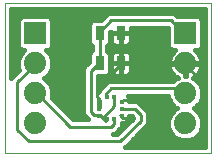
<source format=gtl>
G75*
%MOIN*%
%OFA0B0*%
%FSLAX25Y25*%
%IPPOS*%
%LPD*%
%AMOC8*
5,1,8,0,0,1.08239X$1,22.5*
%
%ADD10C,0.00000*%
%ADD11R,0.03150X0.04724*%
%ADD12R,0.07400X0.07400*%
%ADD13C,0.07400*%
%ADD14R,0.01575X0.01181*%
%ADD15R,0.01181X0.01575*%
%ADD16C,0.00984*%
%ADD17C,0.02584*%
%ADD18C,0.01200*%
%ADD19C,0.01600*%
D10*
X0001800Y0001800D02*
X0001800Y0051761D01*
X0070501Y0051761D01*
X0070501Y0001800D01*
X0001800Y0001800D01*
D11*
X0033257Y0031800D03*
X0040343Y0031800D03*
X0040343Y0041800D03*
X0033257Y0041800D03*
D12*
X0011800Y0041800D03*
X0061800Y0041800D03*
D13*
X0061800Y0031800D03*
X0061800Y0021800D03*
X0061800Y0011800D03*
X0011800Y0011800D03*
X0011800Y0021800D03*
X0011800Y0031800D03*
D14*
X0033139Y0019044D03*
X0033139Y0016682D03*
X0033139Y0014320D03*
X0040619Y0014320D03*
X0040619Y0016682D03*
X0040619Y0019044D03*
D15*
X0038060Y0020619D03*
X0035698Y0020619D03*
X0035698Y0013139D03*
X0038060Y0013139D03*
D16*
X0038217Y0012627D01*
X0038217Y0011643D01*
X0037233Y0010658D01*
X0023454Y0010658D01*
X0012627Y0021485D01*
X0011800Y0021800D01*
X0005737Y0025422D02*
X0011643Y0031328D01*
X0011800Y0031800D01*
X0005737Y0025422D02*
X0005737Y0009674D01*
X0009674Y0005737D01*
X0040186Y0005737D01*
X0047076Y0012627D01*
X0047076Y0014595D01*
X0045107Y0016564D01*
X0041170Y0016564D01*
X0040619Y0016682D01*
X0038217Y0017548D02*
X0034280Y0013611D01*
X0033296Y0014595D01*
X0033139Y0014320D01*
X0033296Y0014595D02*
X0031328Y0014595D01*
X0030343Y0015580D01*
X0030343Y0029359D01*
X0032312Y0031328D01*
X0033257Y0031800D01*
X0033296Y0032312D01*
X0033296Y0041170D01*
X0033257Y0041800D01*
X0033296Y0042154D01*
X0037233Y0046091D01*
X0056918Y0046091D01*
X0060855Y0042154D01*
X0061800Y0041800D01*
X0060855Y0032312D02*
X0061800Y0031800D01*
X0061839Y0031328D01*
X0067745Y0025422D01*
X0067745Y0009674D01*
X0063808Y0005737D01*
X0059871Y0005737D01*
X0046091Y0019517D01*
X0041170Y0019517D01*
X0040619Y0019044D01*
X0038217Y0020501D02*
X0038217Y0017548D01*
X0040186Y0014595D02*
X0040619Y0014320D01*
X0040186Y0014595D02*
X0041170Y0013611D01*
X0044123Y0013611D01*
X0035698Y0013139D02*
X0035265Y0012627D01*
X0034280Y0013611D01*
X0033139Y0019044D02*
X0033296Y0019517D01*
X0032312Y0020501D01*
X0032312Y0023454D01*
X0040186Y0031328D01*
X0040343Y0031800D01*
X0041170Y0032312D01*
X0060855Y0032312D01*
X0059871Y0023454D02*
X0060855Y0022469D01*
X0061800Y0021800D01*
X0059871Y0023454D02*
X0037233Y0023454D01*
X0035265Y0021485D01*
X0035265Y0020501D01*
X0035698Y0020619D01*
X0038060Y0020619D02*
X0038217Y0020501D01*
X0040343Y0031800D02*
X0040186Y0032312D01*
X0040186Y0041170D01*
X0040343Y0041800D01*
D17*
X0044123Y0013611D03*
D18*
X0033139Y0016682D02*
X0033139Y0019044D01*
D19*
X0033139Y0018972D02*
X0033139Y0017127D01*
X0033139Y0017127D01*
X0033139Y0018972D01*
X0033139Y0018972D01*
X0033139Y0017785D02*
X0033139Y0017785D01*
X0027851Y0017785D02*
X0019851Y0017785D01*
X0021450Y0016187D02*
X0027851Y0016187D01*
X0027851Y0015084D02*
X0028231Y0014168D01*
X0028932Y0013467D01*
X0029248Y0013150D01*
X0024486Y0013150D01*
X0017345Y0020291D01*
X0017500Y0020666D01*
X0017500Y0022934D01*
X0016632Y0025029D01*
X0015029Y0026632D01*
X0014624Y0026800D01*
X0015029Y0026968D01*
X0016632Y0028571D01*
X0017500Y0030666D01*
X0017500Y0032934D01*
X0016632Y0035029D01*
X0015561Y0036100D01*
X0016328Y0036100D01*
X0017500Y0037272D01*
X0017500Y0046328D01*
X0016328Y0047500D01*
X0007272Y0047500D01*
X0006100Y0046328D01*
X0006100Y0037272D01*
X0007272Y0036100D01*
X0008039Y0036100D01*
X0006968Y0035029D01*
X0006100Y0032934D01*
X0006100Y0030666D01*
X0006497Y0029707D01*
X0003800Y0027009D01*
X0003800Y0049761D01*
X0068501Y0049761D01*
X0068501Y0003800D01*
X0041773Y0003800D01*
X0042299Y0004325D01*
X0049188Y0011215D01*
X0049568Y0012131D01*
X0049568Y0015091D01*
X0049188Y0016007D01*
X0048487Y0016708D01*
X0046519Y0018676D01*
X0045603Y0019056D01*
X0043206Y0019056D01*
X0043206Y0019872D01*
X0043084Y0020329D01*
X0042847Y0020740D01*
X0042625Y0020961D01*
X0056100Y0020961D01*
X0056100Y0020666D01*
X0056968Y0018571D01*
X0058571Y0016968D01*
X0058976Y0016800D01*
X0058571Y0016632D01*
X0056968Y0015029D01*
X0056100Y0012934D01*
X0056100Y0010666D01*
X0056968Y0008571D01*
X0058571Y0006968D01*
X0060666Y0006100D01*
X0062934Y0006100D01*
X0065029Y0006968D01*
X0066632Y0008571D01*
X0067500Y0010666D01*
X0067500Y0012934D01*
X0066632Y0015029D01*
X0065029Y0016632D01*
X0064624Y0016800D01*
X0065029Y0016968D01*
X0066632Y0018571D01*
X0067500Y0020666D01*
X0067500Y0022934D01*
X0066632Y0025029D01*
X0065029Y0026632D01*
X0064336Y0026919D01*
X0064683Y0027096D01*
X0065383Y0027605D01*
X0065995Y0028217D01*
X0066504Y0028917D01*
X0066897Y0029689D01*
X0067165Y0030512D01*
X0067300Y0031367D01*
X0067300Y0031600D01*
X0062000Y0031600D01*
X0062000Y0032000D01*
X0067300Y0032000D01*
X0067300Y0032233D01*
X0067165Y0033088D01*
X0066897Y0033911D01*
X0066504Y0034683D01*
X0065995Y0035383D01*
X0065383Y0035995D01*
X0065239Y0036100D01*
X0066328Y0036100D01*
X0067500Y0037272D01*
X0067500Y0046328D01*
X0066328Y0047500D01*
X0059034Y0047500D01*
X0058330Y0048204D01*
X0057414Y0048583D01*
X0036737Y0048583D01*
X0035821Y0048204D01*
X0035120Y0047503D01*
X0033780Y0046162D01*
X0030853Y0046162D01*
X0029682Y0044991D01*
X0029682Y0038609D01*
X0030804Y0037487D01*
X0030804Y0036113D01*
X0029682Y0034991D01*
X0029682Y0032222D01*
X0028231Y0030771D01*
X0027851Y0029855D01*
X0027851Y0015084D01*
X0028057Y0014588D02*
X0023048Y0014588D01*
X0018253Y0019384D02*
X0027851Y0019384D01*
X0027851Y0020982D02*
X0017500Y0020982D01*
X0017500Y0022581D02*
X0027851Y0022581D01*
X0027851Y0024179D02*
X0016984Y0024179D01*
X0015883Y0025778D02*
X0027851Y0025778D01*
X0027851Y0027376D02*
X0015437Y0027376D01*
X0016799Y0028975D02*
X0027851Y0028975D01*
X0028149Y0030573D02*
X0017461Y0030573D01*
X0017500Y0032172D02*
X0029632Y0032172D01*
X0029682Y0033770D02*
X0017154Y0033770D01*
X0016292Y0035369D02*
X0030060Y0035369D01*
X0030804Y0036967D02*
X0017196Y0036967D01*
X0017500Y0038566D02*
X0029725Y0038566D01*
X0029682Y0040164D02*
X0017500Y0040164D01*
X0017500Y0041763D02*
X0029682Y0041763D01*
X0029682Y0043361D02*
X0017500Y0043361D01*
X0017500Y0044960D02*
X0029682Y0044960D01*
X0034176Y0046558D02*
X0017270Y0046558D01*
X0006330Y0046558D02*
X0003800Y0046558D01*
X0003800Y0044960D02*
X0006100Y0044960D01*
X0006100Y0043361D02*
X0003800Y0043361D01*
X0003800Y0041763D02*
X0006100Y0041763D01*
X0006100Y0040164D02*
X0003800Y0040164D01*
X0003800Y0038566D02*
X0006100Y0038566D01*
X0006404Y0036967D02*
X0003800Y0036967D01*
X0003800Y0035369D02*
X0007308Y0035369D01*
X0006446Y0033770D02*
X0003800Y0033770D01*
X0003800Y0032172D02*
X0006100Y0032172D01*
X0006139Y0030573D02*
X0003800Y0030573D01*
X0003800Y0028975D02*
X0005765Y0028975D01*
X0004167Y0027376D02*
X0003800Y0027376D01*
X0003800Y0048157D02*
X0035774Y0048157D01*
X0036969Y0042302D02*
X0036968Y0041800D01*
X0040343Y0041800D01*
X0040343Y0041800D01*
X0036969Y0041800D01*
X0036969Y0039201D01*
X0037091Y0038743D01*
X0037328Y0038333D01*
X0037663Y0037997D01*
X0038074Y0037760D01*
X0038532Y0037638D01*
X0040343Y0037638D01*
X0040343Y0041800D01*
X0040343Y0041800D01*
X0040343Y0037638D01*
X0040343Y0040862D01*
X0040343Y0040862D01*
X0040343Y0037638D01*
X0039213Y0037638D01*
X0038866Y0036800D01*
X0039213Y0035962D01*
X0040343Y0035962D01*
X0038532Y0035962D01*
X0038074Y0035840D01*
X0037663Y0035603D01*
X0037328Y0035267D01*
X0037091Y0034857D01*
X0036969Y0034399D01*
X0036968Y0031800D01*
X0040343Y0031800D01*
X0040343Y0031800D01*
X0036969Y0031800D01*
X0036969Y0029201D01*
X0037091Y0028743D01*
X0037328Y0028333D01*
X0037663Y0027997D01*
X0038074Y0027760D01*
X0038532Y0027638D01*
X0040343Y0027638D01*
X0040343Y0031800D01*
X0040343Y0031800D01*
X0040343Y0035962D01*
X0040343Y0031800D01*
X0040343Y0031800D01*
X0040343Y0031800D01*
X0040343Y0035962D01*
X0042155Y0035962D01*
X0042613Y0035840D01*
X0043023Y0035603D01*
X0043358Y0035267D01*
X0043595Y0034857D01*
X0043718Y0034399D01*
X0043718Y0031800D01*
X0040343Y0031800D01*
X0040343Y0035962D01*
X0042155Y0035962D01*
X0042613Y0035840D01*
X0043023Y0035603D01*
X0043358Y0035267D01*
X0043595Y0034857D01*
X0043718Y0034399D01*
X0043718Y0031800D01*
X0040343Y0031800D01*
X0040343Y0027638D01*
X0042155Y0027638D01*
X0042613Y0027760D01*
X0043023Y0027997D01*
X0043358Y0028333D01*
X0043595Y0028743D01*
X0043718Y0029201D01*
X0043718Y0031800D01*
X0040343Y0031800D01*
X0040343Y0031800D01*
X0040343Y0031800D01*
X0043718Y0031800D01*
X0043718Y0029201D01*
X0043595Y0028743D01*
X0043561Y0028683D01*
X0056751Y0028683D01*
X0057021Y0028953D01*
X0057068Y0028972D01*
X0056703Y0029689D01*
X0057096Y0028917D01*
X0057605Y0028217D01*
X0058217Y0027605D01*
X0058917Y0027096D01*
X0059264Y0026919D01*
X0058571Y0026632D01*
X0057885Y0025946D01*
X0036737Y0025946D01*
X0035821Y0025566D01*
X0035120Y0024865D01*
X0033152Y0022897D01*
X0032835Y0022133D01*
X0032835Y0027438D01*
X0035660Y0027438D01*
X0036831Y0028609D01*
X0036831Y0034991D01*
X0035788Y0036034D01*
X0035788Y0037566D01*
X0036831Y0038609D01*
X0036831Y0042165D01*
X0036969Y0042302D01*
X0036969Y0041763D02*
X0036831Y0041763D01*
X0036831Y0040164D02*
X0036969Y0040164D01*
X0036788Y0038566D02*
X0037193Y0038566D01*
X0035788Y0036967D02*
X0056404Y0036967D01*
X0056100Y0037272D02*
X0057272Y0036100D01*
X0058361Y0036100D01*
X0058217Y0035995D01*
X0057605Y0035383D01*
X0057096Y0034683D01*
X0056703Y0033911D01*
X0056435Y0033088D01*
X0056300Y0032233D01*
X0056300Y0032000D01*
X0061600Y0032000D01*
X0061600Y0031600D01*
X0056300Y0031600D01*
X0056300Y0031367D01*
X0056435Y0030512D01*
X0056703Y0029689D01*
X0056435Y0030512D01*
X0056300Y0031367D01*
X0056300Y0031600D01*
X0061600Y0031600D01*
X0061600Y0027500D01*
X0062000Y0027500D01*
X0062000Y0031600D01*
X0061600Y0031600D01*
X0061600Y0032000D01*
X0056300Y0032000D01*
X0056300Y0032233D01*
X0056435Y0033088D01*
X0056600Y0033594D01*
X0055417Y0034084D01*
X0054084Y0035417D01*
X0053363Y0037158D01*
X0053363Y0040862D01*
X0043718Y0040862D01*
X0043718Y0039201D01*
X0043718Y0041800D01*
X0043718Y0043599D01*
X0055886Y0043599D01*
X0056100Y0043385D01*
X0056100Y0037272D01*
X0056100Y0038566D02*
X0043493Y0038566D01*
X0053363Y0038566D01*
X0053363Y0040164D02*
X0043718Y0040164D01*
X0056100Y0040164D01*
X0056100Y0041763D02*
X0043718Y0041763D01*
X0043718Y0041800D02*
X0040343Y0041800D01*
X0043718Y0041800D01*
X0043718Y0043361D02*
X0056100Y0043361D01*
X0058377Y0048157D02*
X0068501Y0048157D01*
X0068501Y0049755D02*
X0003800Y0049755D01*
X0032835Y0027376D02*
X0058532Y0027376D01*
X0057067Y0028975D02*
X0043658Y0028975D01*
X0057067Y0028975D01*
X0056426Y0030573D02*
X0043718Y0030573D01*
X0056426Y0030573D01*
X0056300Y0032172D02*
X0043718Y0032172D01*
X0056300Y0032172D01*
X0056175Y0033770D02*
X0043718Y0033770D01*
X0056657Y0033770D01*
X0057594Y0035369D02*
X0043257Y0035369D01*
X0054132Y0035369D01*
X0053442Y0036967D02*
X0038935Y0036967D01*
X0040343Y0037638D02*
X0042155Y0037638D01*
X0042613Y0037760D01*
X0043023Y0037997D01*
X0043358Y0038333D01*
X0043595Y0038743D01*
X0043718Y0039201D01*
X0043595Y0038743D01*
X0043358Y0038333D01*
X0043023Y0037997D01*
X0042613Y0037760D01*
X0042155Y0037638D01*
X0040343Y0037638D01*
X0040343Y0038566D02*
X0040343Y0038566D01*
X0040343Y0038566D01*
X0040343Y0040164D02*
X0040343Y0040164D01*
X0040343Y0040164D01*
X0040343Y0041763D02*
X0040343Y0041763D01*
X0040343Y0041800D02*
X0040343Y0041800D01*
X0040343Y0035369D02*
X0040343Y0035369D01*
X0040343Y0035369D01*
X0040343Y0033770D02*
X0040343Y0033770D01*
X0040343Y0033770D01*
X0040343Y0032172D02*
X0040343Y0032172D01*
X0040343Y0032172D01*
X0040343Y0030573D02*
X0040343Y0030573D01*
X0040343Y0028975D02*
X0040343Y0028975D01*
X0037029Y0028975D02*
X0036831Y0028975D01*
X0036831Y0030573D02*
X0036969Y0030573D01*
X0036969Y0032172D02*
X0036831Y0032172D01*
X0036831Y0033770D02*
X0036969Y0033770D01*
X0037429Y0035369D02*
X0036453Y0035369D01*
X0036332Y0025778D02*
X0032835Y0025778D01*
X0032835Y0024179D02*
X0034434Y0024179D01*
X0035120Y0024865D02*
X0035120Y0024865D01*
X0033021Y0022581D02*
X0032835Y0022581D01*
X0043206Y0019384D02*
X0056631Y0019384D01*
X0057754Y0017785D02*
X0047410Y0017785D01*
X0049009Y0016187D02*
X0058126Y0016187D01*
X0056785Y0014588D02*
X0049568Y0014588D01*
X0049568Y0012990D02*
X0056123Y0012990D01*
X0056100Y0011391D02*
X0049261Y0011391D01*
X0047766Y0009793D02*
X0056462Y0009793D01*
X0057345Y0008194D02*
X0046167Y0008194D01*
X0044569Y0006596D02*
X0059470Y0006596D01*
X0064130Y0006596D02*
X0068501Y0006596D01*
X0068501Y0008194D02*
X0066255Y0008194D01*
X0067138Y0009793D02*
X0068501Y0009793D01*
X0068501Y0011391D02*
X0067500Y0011391D01*
X0067477Y0012990D02*
X0068501Y0012990D01*
X0068501Y0014588D02*
X0066815Y0014588D01*
X0065474Y0016187D02*
X0068501Y0016187D01*
X0068501Y0017785D02*
X0065846Y0017785D01*
X0066969Y0019384D02*
X0068501Y0019384D01*
X0068501Y0020982D02*
X0067500Y0020982D01*
X0067500Y0022581D02*
X0068501Y0022581D01*
X0068501Y0024179D02*
X0066984Y0024179D01*
X0065883Y0025778D02*
X0068501Y0025778D01*
X0068501Y0027376D02*
X0065068Y0027376D01*
X0066533Y0028975D02*
X0068501Y0028975D01*
X0068501Y0030573D02*
X0067174Y0030573D01*
X0067300Y0032172D02*
X0068501Y0032172D01*
X0068501Y0033770D02*
X0066943Y0033770D01*
X0066006Y0035369D02*
X0068501Y0035369D01*
X0068501Y0036967D02*
X0067196Y0036967D01*
X0067500Y0038566D02*
X0068501Y0038566D01*
X0068501Y0040164D02*
X0067500Y0040164D01*
X0067500Y0041763D02*
X0068501Y0041763D01*
X0068501Y0043361D02*
X0067500Y0043361D01*
X0067500Y0044960D02*
X0068501Y0044960D01*
X0068501Y0046558D02*
X0067270Y0046558D01*
X0062000Y0031600D02*
X0062000Y0030237D01*
X0061600Y0030237D01*
X0061600Y0031600D01*
X0062000Y0031600D01*
X0062000Y0030573D02*
X0061600Y0030573D01*
X0062000Y0030573D01*
X0062000Y0028975D02*
X0061600Y0028975D01*
X0044535Y0013611D02*
X0044075Y0014072D01*
X0043206Y0014072D01*
X0043206Y0013492D01*
X0043084Y0013034D01*
X0042847Y0012624D01*
X0042512Y0012289D01*
X0042101Y0012052D01*
X0041643Y0011929D01*
X0040709Y0011929D01*
X0040709Y0011147D01*
X0040330Y0010231D01*
X0039346Y0009247D01*
X0038645Y0008546D01*
X0037881Y0008229D01*
X0039154Y0008229D01*
X0044535Y0013611D01*
X0043914Y0012990D02*
X0043058Y0012990D01*
X0042316Y0011391D02*
X0040709Y0011391D01*
X0040717Y0009793D02*
X0039892Y0009793D01*
X0042970Y0004997D02*
X0068501Y0004997D01*
M02*

</source>
